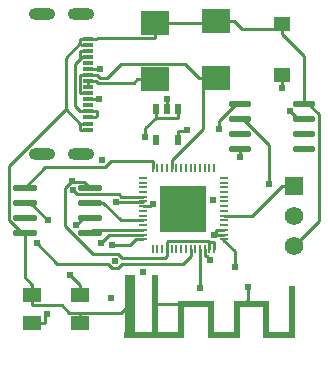
<source format=gtl>
G04 Layer: TopLayer*
G04 EasyEDA v6.5.38, 2023-12-01 04:26:50*
G04 a14715bac62b4674aedb9b46894eb211,1c5aeea7b1c04971ae88c05baabc065b,10*
G04 Gerber Generator version 0.2*
G04 Scale: 100 percent, Rotated: No, Reflected: No *
G04 Dimensions in millimeters *
G04 leading zeros omitted , absolute positions ,4 integer and 5 decimal *
%FSLAX45Y45*%
%MOMM*%

%AMMACRO1*21,1,$1,$2,0,0,$3*%
%ADD10C,0.2540*%
%ADD11R,2.4000X2.0000*%
%ADD12MACRO1,1.36X1.23X0.0000*%
%ADD13R,0.6650X0.2000*%
%ADD14R,0.2000X0.6650*%
%ADD15R,4.0000X4.0000*%
%ADD16O,2.0450048X0.58801*%
%ADD17O,1.950212X0.5684012*%
%ADD18R,0.8500X0.3500*%
%ADD19MACRO1,0.9X4.9X0.0000*%
%ADD20MACRO1,0.5X5X-90.0000*%
%ADD21MACRO1,0.5X4.9X0.0000*%
%ADD22MACRO1,0.5X2.64X0.0000*%
%ADD23MACRO1,0.5X2X-90.0000*%
%ADD24MACRO1,0.5X2.7X-90.0000*%
%ADD25MACRO1,0.5001X2.6399X0.0000*%
%ADD26MACRO1,0.5002X2.6398X0.0000*%
%ADD27MACRO1,0.5X3.94X0.0000*%
%ADD28R,0.5000X0.9000*%
%ADD29MACRO1,1.2X1.6X-90.0000*%
%ADD30R,1.6000X1.2000*%
%ADD31MACRO1,1.2X1.6X90.0000*%
%ADD32R,1.5748X1.5748*%
%ADD33C,1.5748*%
%ADD34O,2.2500082X0.9999979999999999*%
%ADD35C,0.6096*%
%ADD36C,0.6100*%
%ADD37C,0.0166*%

%LPD*%
D10*
X1455041Y5917796D02*
G01*
X1455041Y5867808D01*
X2016381Y5932223D02*
G01*
X1871398Y5932223D01*
X2016381Y5932223D02*
G01*
X2019302Y5932223D01*
X1455041Y5917796D02*
G01*
X1517144Y5917796D01*
X1533197Y5901743D01*
X1759790Y5901743D01*
X1759790Y5901743D02*
G01*
X1840918Y5901743D01*
X1871398Y5932223D01*
X1384632Y5967808D02*
G01*
X1384454Y5967630D01*
X1384454Y5817999D01*
X1384632Y5817821D01*
X1455066Y5817821D02*
G01*
X1384632Y5817821D01*
X1419837Y5967808D02*
G01*
X1384632Y5967808D01*
X1419837Y5967808D02*
G01*
X1455041Y5967808D01*
X1455041Y5967808D02*
G01*
X1524789Y5967808D01*
X1550088Y5942510D01*
X1616255Y5942510D01*
X1734060Y6060315D01*
X2276706Y6060315D01*
X2392098Y5944923D01*
X2540002Y5944923D02*
G01*
X2427480Y5944923D01*
X2427480Y5944923D02*
G01*
X2392098Y5944923D01*
X2427480Y5944923D02*
G01*
X2427480Y5515587D01*
X2160602Y5248709D01*
X2160602Y5179468D01*
X3200402Y5029202D02*
G01*
X3093747Y5029202D01*
X3093747Y5029202D02*
G01*
X2843227Y4778682D01*
X2601343Y4778682D01*
X2000608Y5179468D02*
G01*
X2000608Y5240632D01*
X916561Y5016502D02*
G01*
X1087249Y5187190D01*
X1596519Y5187190D01*
X1649961Y5240632D01*
X2000608Y5240632D01*
X1471043Y4889502D02*
G01*
X1581050Y4889502D01*
X1731876Y4738677D01*
X1919836Y4738677D01*
X1858672Y4658692D02*
G01*
X1857910Y4659454D01*
X1494995Y4659454D01*
X1471043Y4635502D01*
X1919836Y4658692D02*
G01*
X1858672Y4658692D01*
X1919836Y4578682D02*
G01*
X1858672Y4578682D01*
X1652094Y4531083D02*
G01*
X1811073Y4531083D01*
X1858672Y4578682D01*
X916561Y4889502D02*
G01*
X963373Y4889502D01*
X1111354Y4741522D01*
X1824560Y4618687D02*
G01*
X1919836Y4618687D01*
X1824560Y4618687D02*
G01*
X1626440Y4618687D01*
X1559181Y4551428D01*
X1471043Y4762502D02*
G01*
X1416636Y4762502D01*
X1351460Y4697326D01*
X2320597Y4497936D02*
G01*
X2320597Y4436772D01*
X1016713Y4544291D02*
G01*
X1190856Y4370148D01*
X1618846Y4370148D01*
X1654939Y4334055D01*
X1703453Y4334055D01*
X1739546Y4370148D01*
X2253973Y4370148D01*
X2320597Y4436772D01*
X1455041Y5767809D02*
G01*
X1546633Y5767809D01*
X1557632Y6017795D02*
G01*
X1455041Y6017795D01*
X1919836Y4938676D02*
G01*
X1730783Y4938676D01*
X1711175Y4958285D01*
X1360172Y4958285D01*
X1321945Y4996512D01*
X2739392Y5600702D02*
G01*
X2766113Y5600702D01*
X2988236Y5378579D01*
X2988236Y5047744D01*
X1901344Y4897884D02*
G01*
X1919048Y4897884D01*
X1919836Y4898671D01*
X1901344Y4897884D02*
G01*
X1688721Y4897884D01*
X1919836Y4858692D02*
G01*
X1981024Y4858692D01*
X1981024Y4858692D02*
G01*
X2000506Y4878174D01*
X2739392Y5727702D02*
G01*
X2704619Y5727702D01*
X2560474Y5583557D01*
X2560474Y5516069D01*
X3280412Y5600702D02*
G01*
X3230095Y5600702D01*
X3166595Y5664202D01*
X2400607Y4497936D02*
G01*
X2400607Y4436772D01*
X2400607Y4436772D02*
G01*
X2399819Y4435985D01*
X2399819Y4167278D01*
X2460170Y4436595D02*
G01*
X2457249Y4439516D01*
X2440586Y4439516D01*
X2460170Y4436595D02*
G01*
X2489304Y4407461D01*
X2440586Y4497936D02*
G01*
X2440586Y4439516D01*
X2215898Y5679899D02*
G01*
X2215898Y5606976D01*
X1384632Y6172812D02*
G01*
X1384632Y6122799D01*
X1455041Y6172812D02*
G01*
X1384632Y6172812D01*
X1455041Y5612818D02*
G01*
X1490271Y5612818D01*
X1455041Y5662805D02*
G01*
X1525475Y5662805D01*
X1455041Y6122799D02*
G01*
X1409600Y6122799D01*
X1405765Y6122799D02*
G01*
X1384632Y6122799D01*
X1409600Y6122799D02*
G01*
X1405765Y6122799D01*
X1405765Y6122799D02*
G01*
X1341808Y6058842D01*
X1341808Y5705629D01*
X1384632Y5662805D01*
X1455041Y5662805D02*
G01*
X1384632Y5662805D01*
X2025906Y5679899D02*
G01*
X2025906Y5606976D01*
X2025906Y5606976D02*
G01*
X2027582Y5605299D01*
X2214222Y5605299D01*
X2215898Y5606976D01*
X1490271Y5612818D02*
G01*
X1513512Y5612818D01*
X1525475Y5624781D01*
X1525475Y5662805D01*
X1935914Y5441419D02*
G01*
X1935914Y5516984D01*
X2025906Y5606976D01*
X3098802Y5966411D02*
G01*
X3098802Y5876978D01*
X3098802Y5876978D02*
G01*
X3098802Y5857775D01*
X2599159Y4576498D02*
G01*
X2601343Y4578682D01*
X2599159Y4576498D02*
G01*
X2700149Y4475482D01*
X2700149Y4346450D01*
X3180285Y3986913D02*
G01*
X3180285Y3761996D01*
X3180285Y3761996D02*
G01*
X3073199Y3761996D01*
X3070278Y3764917D01*
X2899285Y4028899D02*
G01*
X2963242Y4028899D01*
X2899285Y4028899D02*
G01*
X2835328Y4028899D01*
X2707413Y4028899D02*
G01*
X2707413Y3924785D01*
X2710309Y3921889D01*
X2960321Y3921889D02*
G01*
X2963242Y3924810D01*
X2963242Y4028899D01*
X2960321Y3761971D02*
G01*
X3067331Y3761971D01*
X3070278Y3764917D01*
X2960321Y3921889D02*
G01*
X2960321Y3761971D01*
X2490294Y3921889D02*
G01*
X2490294Y3841930D01*
X2490294Y3841930D02*
G01*
X2490294Y3761971D01*
X2490294Y3841930D02*
G01*
X2493190Y3844825D01*
X2493190Y4028899D01*
X2429233Y4028899D02*
G01*
X2365275Y4028899D01*
X2237361Y4028899D02*
G01*
X2237361Y3924835D01*
X2240282Y3921914D01*
X2365275Y4028899D02*
G01*
X2237361Y4028899D01*
X2490294Y3761971D02*
G01*
X2597330Y3761971D01*
X2600276Y3764917D01*
X2600276Y3764917D02*
G01*
X2603223Y3761971D01*
X2710309Y3761971D01*
X2710309Y3921889D02*
G01*
X2710309Y3761971D01*
X2020293Y4034894D02*
G01*
X2020293Y4032404D01*
X2015289Y3764917D02*
G01*
X2015289Y4027401D01*
X2020293Y4032404D01*
X2020293Y4032404D02*
G01*
X2233856Y4032404D01*
X2237361Y4028899D01*
X2429233Y4028899D02*
G01*
X2493190Y4028899D01*
X2835328Y4028899D02*
G01*
X2771371Y4028899D01*
X2771371Y4028899D02*
G01*
X2707413Y4028899D01*
X2771371Y4028899D02*
G01*
X2811071Y4068599D01*
X2811071Y4170911D01*
X2739392Y5272509D02*
G01*
X2739392Y5346702D01*
X1089027Y3867812D02*
G01*
X1089027Y3926512D01*
X1109195Y3946679D01*
X981102Y3867812D02*
G01*
X1089027Y3867812D01*
X2260602Y4838702D02*
G01*
X2260602Y4838677D01*
X1381102Y3955722D02*
G01*
X1293192Y3955722D01*
X1229032Y4019882D01*
X981102Y4019882D01*
X1381102Y3867812D02*
G01*
X1381102Y3955722D01*
X981102Y4063850D02*
G01*
X981102Y4019882D01*
X981102Y4063850D02*
G01*
X981102Y4107792D01*
X1810285Y4034894D02*
G01*
X1731114Y3955722D01*
X1381102Y3955722D01*
X1455041Y6277815D02*
G01*
X1384632Y6277815D01*
X1455041Y6227803D02*
G01*
X1394716Y6227803D01*
X1384632Y5507814D02*
G01*
X1384632Y5557801D01*
X1455041Y5507814D02*
G01*
X1384632Y5507814D01*
X1455041Y5557801D02*
G01*
X1394716Y5557801D01*
X1394716Y5557801D02*
G01*
X1384632Y5557801D01*
X1394716Y6227803D02*
G01*
X1384632Y6237886D01*
X1384632Y6237886D02*
G01*
X1384632Y6277815D01*
X3098802Y6403393D02*
G01*
X3098802Y6358689D01*
X3098802Y6358689D02*
G01*
X3098802Y6313985D01*
X3098802Y6358689D02*
G01*
X2754149Y6358689D01*
X2687932Y6424907D01*
X2540002Y6424907D02*
G01*
X2613967Y6424907D01*
X2613967Y6424907D02*
G01*
X2687932Y6424907D01*
X2613967Y6424907D02*
G01*
X2601267Y6412207D01*
X2019302Y6412207D01*
X2019302Y6284292D02*
G01*
X1531952Y6284292D01*
X1525475Y6277815D01*
X2019302Y6412207D02*
G01*
X2019302Y6284292D01*
X1455041Y6277815D02*
G01*
X1525475Y6277815D01*
X916561Y4635502D02*
G01*
X889408Y4635502D01*
X786234Y4738677D01*
X786234Y5202430D01*
X1263119Y5679315D01*
X1384632Y5557801D02*
G01*
X1263119Y5679315D01*
X1263119Y5679315D02*
G01*
X1263119Y6116373D01*
X1384632Y6237886D01*
X3098802Y6313985D02*
G01*
X3280412Y6132375D01*
X3280412Y5727702D01*
X3280412Y5727702D02*
G01*
X3318741Y5727702D01*
X3408555Y5637888D01*
X3408555Y4729355D01*
X3200402Y4521202D01*
X2120902Y5679899D02*
G01*
X2120902Y5770679D01*
X916561Y4635502D02*
G01*
X916561Y4260268D01*
X981102Y4195726D01*
X981102Y4107792D02*
G01*
X981102Y4195726D01*
X1381102Y4195726D02*
G01*
X1304063Y4272765D01*
X1304063Y4278378D01*
X1381102Y4107792D02*
G01*
X1381102Y4195726D01*
X2540180Y4658692D02*
G01*
X2540180Y4618687D01*
X2601343Y4658692D02*
G01*
X2540180Y4658692D01*
X2601343Y4618687D02*
G01*
X2570761Y4618687D01*
X2570761Y4618687D02*
G01*
X2540180Y4618687D01*
X2540180Y4618687D02*
G01*
X2521536Y4618687D01*
X2480617Y4559124D02*
G01*
X2473886Y4565855D01*
X2127303Y4565855D01*
X2120572Y4559124D01*
X2120572Y4518459D02*
G01*
X2120572Y4559124D01*
X2120572Y4518459D02*
G01*
X2120572Y4497936D01*
X1471043Y5016502D02*
G01*
X1420599Y5066946D01*
X1317195Y5066946D01*
X1317195Y5074820D02*
G01*
X1317195Y5066946D01*
X2480617Y4497936D02*
G01*
X2480617Y4528543D01*
X2520596Y4497936D02*
G01*
X2520596Y4559124D01*
X2480617Y4551733D02*
G01*
X2480617Y4559124D01*
X2480617Y4528543D02*
G01*
X2480617Y4551733D01*
X2480617Y4551733D02*
G01*
X2488008Y4559124D01*
X2520596Y4559124D01*
X2215898Y5492803D02*
G01*
X2283386Y5492803D01*
X2294359Y5503776D01*
X2215898Y5419905D02*
G01*
X2215898Y5492803D01*
X2120572Y4497936D02*
G01*
X2120572Y4436747D01*
X2100734Y4416910D01*
X1737768Y4416910D01*
X1703478Y4451200D01*
X1494132Y4451200D01*
X1253441Y4691890D01*
X1253441Y5013022D01*
X1307365Y5066946D01*
X1317195Y5066946D01*
D11*
G01*
X2019300Y6412204D03*
G01*
X2019300Y5932220D03*
G01*
X2540000Y6424904D03*
G01*
X2540000Y5944920D03*
D12*
G01*
X3098800Y5966400D03*
G01*
X3098800Y6403399D03*
D13*
G01*
X2601340Y4578680D03*
G01*
X2601340Y4618685D03*
G01*
X2601340Y4658690D03*
G01*
X2601340Y4698669D03*
G01*
X2601340Y4738674D03*
G01*
X2601340Y4778679D03*
G01*
X2601340Y4818684D03*
G01*
X2601340Y4858689D03*
G01*
X2601340Y4898669D03*
G01*
X2601340Y4938674D03*
G01*
X2601340Y4978679D03*
G01*
X2601340Y5018684D03*
G01*
X2601340Y5058689D03*
G01*
X2601340Y5098669D03*
D14*
G01*
X2520594Y5179466D03*
G01*
X2480614Y5179466D03*
G01*
X2440584Y5179466D03*
G01*
X2400604Y5179466D03*
G01*
X2360599Y5179466D03*
G01*
X2320594Y5179466D03*
G01*
X2280615Y5179466D03*
G01*
X2240584Y5179466D03*
G01*
X2200605Y5179466D03*
G01*
X2160600Y5179466D03*
G01*
X2120569Y5179466D03*
G01*
X2080615Y5179466D03*
G01*
X2040610Y5179466D03*
G01*
X2000605Y5179466D03*
D13*
G01*
X1919833Y5098669D03*
G01*
X1919833Y5058689D03*
G01*
X1919833Y5018684D03*
G01*
X1919833Y4978679D03*
G01*
X1919833Y4938674D03*
G01*
X1919833Y4898669D03*
G01*
X1919833Y4858689D03*
G01*
X1919833Y4818684D03*
G01*
X1919833Y4778679D03*
G01*
X1919833Y4738674D03*
G01*
X1919833Y4698669D03*
G01*
X1919833Y4658690D03*
G01*
X1919833Y4618685D03*
G01*
X1919833Y4578680D03*
D14*
G01*
X2000605Y4497933D03*
G01*
X2040610Y4497933D03*
G01*
X2080615Y4497933D03*
G01*
X2120569Y4497933D03*
G01*
X2160600Y4497933D03*
G01*
X2200605Y4497933D03*
G01*
X2240584Y4497933D03*
G01*
X2280615Y4497933D03*
G01*
X2320594Y4497933D03*
G01*
X2360599Y4497933D03*
G01*
X2400604Y4497933D03*
G01*
X2440584Y4497933D03*
G01*
X2480614Y4497933D03*
G01*
X2520594Y4497933D03*
D15*
G01*
X2260600Y4838674D03*
D16*
G01*
X916559Y5016500D03*
G01*
X916559Y4889500D03*
G01*
X916559Y4762500D03*
G01*
X916559Y4635500D03*
G01*
X1471040Y5016500D03*
G01*
X1471040Y4889500D03*
G01*
X1471040Y4762500D03*
G01*
X1471040Y4635500D03*
D17*
G01*
X2739390Y5727700D03*
G01*
X2739390Y5600700D03*
G01*
X2739390Y5473700D03*
G01*
X2739390Y5346700D03*
G01*
X3280409Y5727700D03*
G01*
X3280409Y5600700D03*
G01*
X3280409Y5473700D03*
G01*
X3280409Y5346700D03*
D18*
G01*
X1455064Y5817819D03*
G01*
X1455038Y5767806D03*
G01*
X1455038Y5717794D03*
G01*
X1455038Y5662803D03*
G01*
X1455038Y5612815D03*
G01*
X1455038Y5557799D03*
G01*
X1455038Y5507812D03*
G01*
X1455038Y5867806D03*
G01*
X1455038Y5917793D03*
G01*
X1455038Y5967806D03*
G01*
X1455038Y6017793D03*
G01*
X1455038Y6067805D03*
G01*
X1455038Y6122796D03*
G01*
X1455038Y6172809D03*
G01*
X1455038Y6227800D03*
G01*
X1455038Y6277813D03*
D19*
G01*
X1810282Y4034903D03*
D20*
G01*
X2015279Y3764903D03*
D21*
G01*
X2020281Y4034903D03*
D22*
G01*
X2240281Y3921902D03*
D23*
G01*
X2365278Y4028899D03*
D22*
G01*
X2490297Y3921893D03*
D24*
G01*
X2600278Y3764902D03*
D25*
G01*
X2710312Y3921879D03*
D23*
G01*
X2835334Y4028902D03*
D26*
G01*
X2960311Y3921876D03*
D24*
G01*
X3070278Y3764903D03*
D27*
G01*
X3180279Y3986900D03*
D28*
G01*
X2215895Y5679897D03*
G01*
X2120900Y5679897D03*
G01*
X2025904Y5679897D03*
G01*
X2025904Y5419902D03*
G01*
X2215895Y5419902D03*
D29*
G01*
X1381099Y4107799D03*
G01*
X981100Y4107799D03*
D30*
G01*
X981100Y3867810D03*
D31*
G01*
X1381099Y3867800D03*
D32*
G01*
X3200400Y5029200D03*
D33*
G01*
X3200400Y4775200D03*
G01*
X3200400Y4521200D03*
D34*
G01*
X1394561Y5302808D03*
G01*
X1394561Y6482791D03*
G01*
X1059561Y6482791D03*
G01*
X1059561Y5302808D03*
D35*
G01*
X2160600Y4838700D03*
G01*
X2160600Y4738700D03*
G01*
X2360549Y4838674D03*
G01*
X2360549Y4738700D03*
G01*
X2160600Y4938699D03*
G01*
X2360599Y4938699D03*
G01*
X2260600Y4838700D03*
G01*
X2260549Y4938648D03*
G01*
X2260600Y4738700D03*
D36*
G01*
X2294359Y5503776D03*
G01*
X1317195Y5074820D03*
G01*
X2521536Y4618687D03*
G01*
X1679196Y4392627D03*
G01*
X1304063Y4278378D03*
G01*
X2120902Y5770679D03*
G01*
X1109195Y3946679D03*
G01*
X2739392Y5272509D03*
G01*
X2811071Y4170911D03*
G01*
X2700149Y4346450D03*
G01*
X3098802Y5857775D03*
G01*
X1935914Y5441419D03*
G01*
X1920420Y4301187D03*
G01*
X2489304Y4407461D03*
G01*
X2399819Y4167278D03*
G01*
X1642976Y4085313D03*
G01*
X3166595Y5664202D03*
G01*
X2560474Y5516069D03*
G01*
X2000506Y4878174D03*
G01*
X1572262Y5245762D03*
G01*
X1688721Y4897884D03*
G01*
X2514348Y4910051D03*
G01*
X2988236Y5047744D03*
G01*
X1321945Y4996512D03*
G01*
X1557632Y6017795D03*
G01*
X1546633Y5767809D03*
G01*
X1016713Y4544291D03*
G01*
X1351460Y4697326D03*
G01*
X1559181Y4551428D03*
G01*
X1652094Y4531083D03*
G01*
X1111354Y4741522D03*
M02*

</source>
